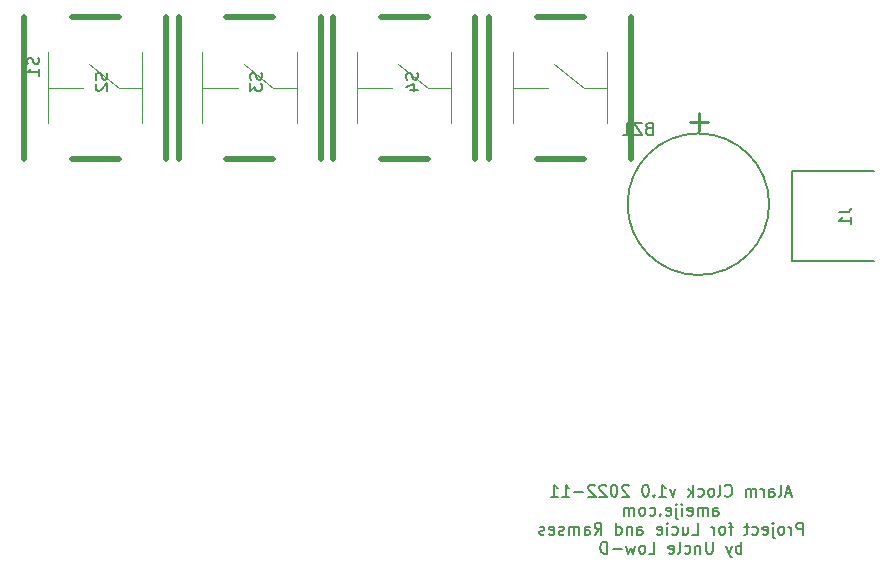
<source format=gbr>
%TF.GenerationSoftware,KiCad,Pcbnew,(6.0.0)*%
%TF.CreationDate,2022-11-14T00:42:39-08:00*%
%TF.ProjectId,digital_clock_v1,64696769-7461-46c5-9f63-6c6f636b5f76,rev?*%
%TF.SameCoordinates,Original*%
%TF.FileFunction,Legend,Bot*%
%TF.FilePolarity,Positive*%
%FSLAX46Y46*%
G04 Gerber Fmt 4.6, Leading zero omitted, Abs format (unit mm)*
G04 Created by KiCad (PCBNEW (6.0.0)) date 2022-11-14 00:42:39*
%MOMM*%
%LPD*%
G01*
G04 APERTURE LIST*
%ADD10C,0.150000*%
%ADD11C,0.254000*%
%ADD12C,0.120000*%
%ADD13C,0.500000*%
G04 APERTURE END LIST*
D10*
X86366666Y-42963666D02*
X85890476Y-42963666D01*
X86461904Y-43249380D02*
X86128571Y-42249380D01*
X85795238Y-43249380D01*
X85319047Y-43249380D02*
X85414285Y-43201761D01*
X85461904Y-43106523D01*
X85461904Y-42249380D01*
X84509523Y-43249380D02*
X84509523Y-42725571D01*
X84557142Y-42630333D01*
X84652380Y-42582714D01*
X84842857Y-42582714D01*
X84938095Y-42630333D01*
X84509523Y-43201761D02*
X84604761Y-43249380D01*
X84842857Y-43249380D01*
X84938095Y-43201761D01*
X84985714Y-43106523D01*
X84985714Y-43011285D01*
X84938095Y-42916047D01*
X84842857Y-42868428D01*
X84604761Y-42868428D01*
X84509523Y-42820809D01*
X84033333Y-43249380D02*
X84033333Y-42582714D01*
X84033333Y-42773190D02*
X83985714Y-42677952D01*
X83938095Y-42630333D01*
X83842857Y-42582714D01*
X83747619Y-42582714D01*
X83414285Y-43249380D02*
X83414285Y-42582714D01*
X83414285Y-42677952D02*
X83366666Y-42630333D01*
X83271428Y-42582714D01*
X83128571Y-42582714D01*
X83033333Y-42630333D01*
X82985714Y-42725571D01*
X82985714Y-43249380D01*
X82985714Y-42725571D02*
X82938095Y-42630333D01*
X82842857Y-42582714D01*
X82700000Y-42582714D01*
X82604761Y-42630333D01*
X82557142Y-42725571D01*
X82557142Y-43249380D01*
X80747619Y-43154142D02*
X80795238Y-43201761D01*
X80938095Y-43249380D01*
X81033333Y-43249380D01*
X81176190Y-43201761D01*
X81271428Y-43106523D01*
X81319047Y-43011285D01*
X81366666Y-42820809D01*
X81366666Y-42677952D01*
X81319047Y-42487476D01*
X81271428Y-42392238D01*
X81176190Y-42297000D01*
X81033333Y-42249380D01*
X80938095Y-42249380D01*
X80795238Y-42297000D01*
X80747619Y-42344619D01*
X80176190Y-43249380D02*
X80271428Y-43201761D01*
X80319047Y-43106523D01*
X80319047Y-42249380D01*
X79652380Y-43249380D02*
X79747619Y-43201761D01*
X79795238Y-43154142D01*
X79842857Y-43058904D01*
X79842857Y-42773190D01*
X79795238Y-42677952D01*
X79747619Y-42630333D01*
X79652380Y-42582714D01*
X79509523Y-42582714D01*
X79414285Y-42630333D01*
X79366666Y-42677952D01*
X79319047Y-42773190D01*
X79319047Y-43058904D01*
X79366666Y-43154142D01*
X79414285Y-43201761D01*
X79509523Y-43249380D01*
X79652380Y-43249380D01*
X78461904Y-43201761D02*
X78557142Y-43249380D01*
X78747619Y-43249380D01*
X78842857Y-43201761D01*
X78890476Y-43154142D01*
X78938095Y-43058904D01*
X78938095Y-42773190D01*
X78890476Y-42677952D01*
X78842857Y-42630333D01*
X78747619Y-42582714D01*
X78557142Y-42582714D01*
X78461904Y-42630333D01*
X78033333Y-43249380D02*
X78033333Y-42249380D01*
X77938095Y-42868428D02*
X77652380Y-43249380D01*
X77652380Y-42582714D02*
X78033333Y-42963666D01*
X76557142Y-42582714D02*
X76319047Y-43249380D01*
X76080952Y-42582714D01*
X75176190Y-43249380D02*
X75747619Y-43249380D01*
X75461904Y-43249380D02*
X75461904Y-42249380D01*
X75557142Y-42392238D01*
X75652380Y-42487476D01*
X75747619Y-42535095D01*
X74747619Y-43154142D02*
X74700000Y-43201761D01*
X74747619Y-43249380D01*
X74795238Y-43201761D01*
X74747619Y-43154142D01*
X74747619Y-43249380D01*
X74080952Y-42249380D02*
X73985714Y-42249380D01*
X73890476Y-42297000D01*
X73842857Y-42344619D01*
X73795238Y-42439857D01*
X73747619Y-42630333D01*
X73747619Y-42868428D01*
X73795238Y-43058904D01*
X73842857Y-43154142D01*
X73890476Y-43201761D01*
X73985714Y-43249380D01*
X74080952Y-43249380D01*
X74176190Y-43201761D01*
X74223809Y-43154142D01*
X74271428Y-43058904D01*
X74319047Y-42868428D01*
X74319047Y-42630333D01*
X74271428Y-42439857D01*
X74223809Y-42344619D01*
X74176190Y-42297000D01*
X74080952Y-42249380D01*
X72604761Y-42344619D02*
X72557142Y-42297000D01*
X72461904Y-42249380D01*
X72223809Y-42249380D01*
X72128571Y-42297000D01*
X72080952Y-42344619D01*
X72033333Y-42439857D01*
X72033333Y-42535095D01*
X72080952Y-42677952D01*
X72652380Y-43249380D01*
X72033333Y-43249380D01*
X71414285Y-42249380D02*
X71319047Y-42249380D01*
X71223809Y-42297000D01*
X71176190Y-42344619D01*
X71128571Y-42439857D01*
X71080952Y-42630333D01*
X71080952Y-42868428D01*
X71128571Y-43058904D01*
X71176190Y-43154142D01*
X71223809Y-43201761D01*
X71319047Y-43249380D01*
X71414285Y-43249380D01*
X71509523Y-43201761D01*
X71557142Y-43154142D01*
X71604761Y-43058904D01*
X71652380Y-42868428D01*
X71652380Y-42630333D01*
X71604761Y-42439857D01*
X71557142Y-42344619D01*
X71509523Y-42297000D01*
X71414285Y-42249380D01*
X70700000Y-42344619D02*
X70652380Y-42297000D01*
X70557142Y-42249380D01*
X70319047Y-42249380D01*
X70223809Y-42297000D01*
X70176190Y-42344619D01*
X70128571Y-42439857D01*
X70128571Y-42535095D01*
X70176190Y-42677952D01*
X70747619Y-43249380D01*
X70128571Y-43249380D01*
X69747619Y-42344619D02*
X69700000Y-42297000D01*
X69604761Y-42249380D01*
X69366666Y-42249380D01*
X69271428Y-42297000D01*
X69223809Y-42344619D01*
X69176190Y-42439857D01*
X69176190Y-42535095D01*
X69223809Y-42677952D01*
X69795238Y-43249380D01*
X69176190Y-43249380D01*
X68747619Y-42868428D02*
X67985714Y-42868428D01*
X66985714Y-43249380D02*
X67557142Y-43249380D01*
X67271428Y-43249380D02*
X67271428Y-42249380D01*
X67366666Y-42392238D01*
X67461904Y-42487476D01*
X67557142Y-42535095D01*
X66033333Y-43249380D02*
X66604761Y-43249380D01*
X66319047Y-43249380D02*
X66319047Y-42249380D01*
X66414285Y-42392238D01*
X66509523Y-42487476D01*
X66604761Y-42535095D01*
X79771428Y-44859380D02*
X79771428Y-44335571D01*
X79819047Y-44240333D01*
X79914285Y-44192714D01*
X80104761Y-44192714D01*
X80200000Y-44240333D01*
X79771428Y-44811761D02*
X79866666Y-44859380D01*
X80104761Y-44859380D01*
X80200000Y-44811761D01*
X80247619Y-44716523D01*
X80247619Y-44621285D01*
X80200000Y-44526047D01*
X80104761Y-44478428D01*
X79866666Y-44478428D01*
X79771428Y-44430809D01*
X79295238Y-44859380D02*
X79295238Y-44192714D01*
X79295238Y-44287952D02*
X79247619Y-44240333D01*
X79152380Y-44192714D01*
X79009523Y-44192714D01*
X78914285Y-44240333D01*
X78866666Y-44335571D01*
X78866666Y-44859380D01*
X78866666Y-44335571D02*
X78819047Y-44240333D01*
X78723809Y-44192714D01*
X78580952Y-44192714D01*
X78485714Y-44240333D01*
X78438095Y-44335571D01*
X78438095Y-44859380D01*
X77580952Y-44811761D02*
X77676190Y-44859380D01*
X77866666Y-44859380D01*
X77961904Y-44811761D01*
X78009523Y-44716523D01*
X78009523Y-44335571D01*
X77961904Y-44240333D01*
X77866666Y-44192714D01*
X77676190Y-44192714D01*
X77580952Y-44240333D01*
X77533333Y-44335571D01*
X77533333Y-44430809D01*
X78009523Y-44526047D01*
X77104761Y-44859380D02*
X77104761Y-44192714D01*
X77104761Y-43859380D02*
X77152380Y-43907000D01*
X77104761Y-43954619D01*
X77057142Y-43907000D01*
X77104761Y-43859380D01*
X77104761Y-43954619D01*
X76628571Y-44192714D02*
X76628571Y-45049857D01*
X76676190Y-45145095D01*
X76771428Y-45192714D01*
X76819047Y-45192714D01*
X76628571Y-43859380D02*
X76676190Y-43907000D01*
X76628571Y-43954619D01*
X76580952Y-43907000D01*
X76628571Y-43859380D01*
X76628571Y-43954619D01*
X75771428Y-44811761D02*
X75866666Y-44859380D01*
X76057142Y-44859380D01*
X76152380Y-44811761D01*
X76200000Y-44716523D01*
X76200000Y-44335571D01*
X76152380Y-44240333D01*
X76057142Y-44192714D01*
X75866666Y-44192714D01*
X75771428Y-44240333D01*
X75723809Y-44335571D01*
X75723809Y-44430809D01*
X76200000Y-44526047D01*
X75295238Y-44764142D02*
X75247619Y-44811761D01*
X75295238Y-44859380D01*
X75342857Y-44811761D01*
X75295238Y-44764142D01*
X75295238Y-44859380D01*
X74390476Y-44811761D02*
X74485714Y-44859380D01*
X74676190Y-44859380D01*
X74771428Y-44811761D01*
X74819047Y-44764142D01*
X74866666Y-44668904D01*
X74866666Y-44383190D01*
X74819047Y-44287952D01*
X74771428Y-44240333D01*
X74676190Y-44192714D01*
X74485714Y-44192714D01*
X74390476Y-44240333D01*
X73819047Y-44859380D02*
X73914285Y-44811761D01*
X73961904Y-44764142D01*
X74009523Y-44668904D01*
X74009523Y-44383190D01*
X73961904Y-44287952D01*
X73914285Y-44240333D01*
X73819047Y-44192714D01*
X73676190Y-44192714D01*
X73580952Y-44240333D01*
X73533333Y-44287952D01*
X73485714Y-44383190D01*
X73485714Y-44668904D01*
X73533333Y-44764142D01*
X73580952Y-44811761D01*
X73676190Y-44859380D01*
X73819047Y-44859380D01*
X73057142Y-44859380D02*
X73057142Y-44192714D01*
X73057142Y-44287952D02*
X73009523Y-44240333D01*
X72914285Y-44192714D01*
X72771428Y-44192714D01*
X72676190Y-44240333D01*
X72628571Y-44335571D01*
X72628571Y-44859380D01*
X72628571Y-44335571D02*
X72580952Y-44240333D01*
X72485714Y-44192714D01*
X72342857Y-44192714D01*
X72247619Y-44240333D01*
X72200000Y-44335571D01*
X72200000Y-44859380D01*
X87342857Y-46469380D02*
X87342857Y-45469380D01*
X86961904Y-45469380D01*
X86866666Y-45517000D01*
X86819047Y-45564619D01*
X86771428Y-45659857D01*
X86771428Y-45802714D01*
X86819047Y-45897952D01*
X86866666Y-45945571D01*
X86961904Y-45993190D01*
X87342857Y-45993190D01*
X86342857Y-46469380D02*
X86342857Y-45802714D01*
X86342857Y-45993190D02*
X86295238Y-45897952D01*
X86247619Y-45850333D01*
X86152380Y-45802714D01*
X86057142Y-45802714D01*
X85580952Y-46469380D02*
X85676190Y-46421761D01*
X85723809Y-46374142D01*
X85771428Y-46278904D01*
X85771428Y-45993190D01*
X85723809Y-45897952D01*
X85676190Y-45850333D01*
X85580952Y-45802714D01*
X85438095Y-45802714D01*
X85342857Y-45850333D01*
X85295238Y-45897952D01*
X85247619Y-45993190D01*
X85247619Y-46278904D01*
X85295238Y-46374142D01*
X85342857Y-46421761D01*
X85438095Y-46469380D01*
X85580952Y-46469380D01*
X84819047Y-45802714D02*
X84819047Y-46659857D01*
X84866666Y-46755095D01*
X84961904Y-46802714D01*
X85009523Y-46802714D01*
X84819047Y-45469380D02*
X84866666Y-45517000D01*
X84819047Y-45564619D01*
X84771428Y-45517000D01*
X84819047Y-45469380D01*
X84819047Y-45564619D01*
X83961904Y-46421761D02*
X84057142Y-46469380D01*
X84247619Y-46469380D01*
X84342857Y-46421761D01*
X84390476Y-46326523D01*
X84390476Y-45945571D01*
X84342857Y-45850333D01*
X84247619Y-45802714D01*
X84057142Y-45802714D01*
X83961904Y-45850333D01*
X83914285Y-45945571D01*
X83914285Y-46040809D01*
X84390476Y-46136047D01*
X83057142Y-46421761D02*
X83152380Y-46469380D01*
X83342857Y-46469380D01*
X83438095Y-46421761D01*
X83485714Y-46374142D01*
X83533333Y-46278904D01*
X83533333Y-45993190D01*
X83485714Y-45897952D01*
X83438095Y-45850333D01*
X83342857Y-45802714D01*
X83152380Y-45802714D01*
X83057142Y-45850333D01*
X82771428Y-45802714D02*
X82390476Y-45802714D01*
X82628571Y-45469380D02*
X82628571Y-46326523D01*
X82580952Y-46421761D01*
X82485714Y-46469380D01*
X82390476Y-46469380D01*
X81438095Y-45802714D02*
X81057142Y-45802714D01*
X81295238Y-46469380D02*
X81295238Y-45612238D01*
X81247619Y-45517000D01*
X81152380Y-45469380D01*
X81057142Y-45469380D01*
X80580952Y-46469380D02*
X80676190Y-46421761D01*
X80723809Y-46374142D01*
X80771428Y-46278904D01*
X80771428Y-45993190D01*
X80723809Y-45897952D01*
X80676190Y-45850333D01*
X80580952Y-45802714D01*
X80438095Y-45802714D01*
X80342857Y-45850333D01*
X80295238Y-45897952D01*
X80247619Y-45993190D01*
X80247619Y-46278904D01*
X80295238Y-46374142D01*
X80342857Y-46421761D01*
X80438095Y-46469380D01*
X80580952Y-46469380D01*
X79819047Y-46469380D02*
X79819047Y-45802714D01*
X79819047Y-45993190D02*
X79771428Y-45897952D01*
X79723809Y-45850333D01*
X79628571Y-45802714D01*
X79533333Y-45802714D01*
X77961904Y-46469380D02*
X78438095Y-46469380D01*
X78438095Y-45469380D01*
X77200000Y-45802714D02*
X77200000Y-46469380D01*
X77628571Y-45802714D02*
X77628571Y-46326523D01*
X77580952Y-46421761D01*
X77485714Y-46469380D01*
X77342857Y-46469380D01*
X77247619Y-46421761D01*
X77200000Y-46374142D01*
X76295238Y-46421761D02*
X76390476Y-46469380D01*
X76580952Y-46469380D01*
X76676190Y-46421761D01*
X76723809Y-46374142D01*
X76771428Y-46278904D01*
X76771428Y-45993190D01*
X76723809Y-45897952D01*
X76676190Y-45850333D01*
X76580952Y-45802714D01*
X76390476Y-45802714D01*
X76295238Y-45850333D01*
X75866666Y-46469380D02*
X75866666Y-45802714D01*
X75866666Y-45469380D02*
X75914285Y-45517000D01*
X75866666Y-45564619D01*
X75819047Y-45517000D01*
X75866666Y-45469380D01*
X75866666Y-45564619D01*
X75009523Y-46421761D02*
X75104761Y-46469380D01*
X75295238Y-46469380D01*
X75390476Y-46421761D01*
X75438095Y-46326523D01*
X75438095Y-45945571D01*
X75390476Y-45850333D01*
X75295238Y-45802714D01*
X75104761Y-45802714D01*
X75009523Y-45850333D01*
X74961904Y-45945571D01*
X74961904Y-46040809D01*
X75438095Y-46136047D01*
X73342857Y-46469380D02*
X73342857Y-45945571D01*
X73390476Y-45850333D01*
X73485714Y-45802714D01*
X73676190Y-45802714D01*
X73771428Y-45850333D01*
X73342857Y-46421761D02*
X73438095Y-46469380D01*
X73676190Y-46469380D01*
X73771428Y-46421761D01*
X73819047Y-46326523D01*
X73819047Y-46231285D01*
X73771428Y-46136047D01*
X73676190Y-46088428D01*
X73438095Y-46088428D01*
X73342857Y-46040809D01*
X72866666Y-45802714D02*
X72866666Y-46469380D01*
X72866666Y-45897952D02*
X72819047Y-45850333D01*
X72723809Y-45802714D01*
X72580952Y-45802714D01*
X72485714Y-45850333D01*
X72438095Y-45945571D01*
X72438095Y-46469380D01*
X71533333Y-46469380D02*
X71533333Y-45469380D01*
X71533333Y-46421761D02*
X71628571Y-46469380D01*
X71819047Y-46469380D01*
X71914285Y-46421761D01*
X71961904Y-46374142D01*
X72009523Y-46278904D01*
X72009523Y-45993190D01*
X71961904Y-45897952D01*
X71914285Y-45850333D01*
X71819047Y-45802714D01*
X71628571Y-45802714D01*
X71533333Y-45850333D01*
X69723809Y-46469380D02*
X70057142Y-45993190D01*
X70295238Y-46469380D02*
X70295238Y-45469380D01*
X69914285Y-45469380D01*
X69819047Y-45517000D01*
X69771428Y-45564619D01*
X69723809Y-45659857D01*
X69723809Y-45802714D01*
X69771428Y-45897952D01*
X69819047Y-45945571D01*
X69914285Y-45993190D01*
X70295238Y-45993190D01*
X68866666Y-46469380D02*
X68866666Y-45945571D01*
X68914285Y-45850333D01*
X69009523Y-45802714D01*
X69200000Y-45802714D01*
X69295238Y-45850333D01*
X68866666Y-46421761D02*
X68961904Y-46469380D01*
X69200000Y-46469380D01*
X69295238Y-46421761D01*
X69342857Y-46326523D01*
X69342857Y-46231285D01*
X69295238Y-46136047D01*
X69200000Y-46088428D01*
X68961904Y-46088428D01*
X68866666Y-46040809D01*
X68390476Y-46469380D02*
X68390476Y-45802714D01*
X68390476Y-45897952D02*
X68342857Y-45850333D01*
X68247619Y-45802714D01*
X68104761Y-45802714D01*
X68009523Y-45850333D01*
X67961904Y-45945571D01*
X67961904Y-46469380D01*
X67961904Y-45945571D02*
X67914285Y-45850333D01*
X67819047Y-45802714D01*
X67676190Y-45802714D01*
X67580952Y-45850333D01*
X67533333Y-45945571D01*
X67533333Y-46469380D01*
X67104761Y-46421761D02*
X67009523Y-46469380D01*
X66819047Y-46469380D01*
X66723809Y-46421761D01*
X66676190Y-46326523D01*
X66676190Y-46278904D01*
X66723809Y-46183666D01*
X66819047Y-46136047D01*
X66961904Y-46136047D01*
X67057142Y-46088428D01*
X67104761Y-45993190D01*
X67104761Y-45945571D01*
X67057142Y-45850333D01*
X66961904Y-45802714D01*
X66819047Y-45802714D01*
X66723809Y-45850333D01*
X65866666Y-46421761D02*
X65961904Y-46469380D01*
X66152380Y-46469380D01*
X66247619Y-46421761D01*
X66295238Y-46326523D01*
X66295238Y-45945571D01*
X66247619Y-45850333D01*
X66152380Y-45802714D01*
X65961904Y-45802714D01*
X65866666Y-45850333D01*
X65819047Y-45945571D01*
X65819047Y-46040809D01*
X66295238Y-46136047D01*
X65438095Y-46421761D02*
X65342857Y-46469380D01*
X65152380Y-46469380D01*
X65057142Y-46421761D01*
X65009523Y-46326523D01*
X65009523Y-46278904D01*
X65057142Y-46183666D01*
X65152380Y-46136047D01*
X65295238Y-46136047D01*
X65390476Y-46088428D01*
X65438095Y-45993190D01*
X65438095Y-45945571D01*
X65390476Y-45850333D01*
X65295238Y-45802714D01*
X65152380Y-45802714D01*
X65057142Y-45850333D01*
X82152380Y-48079380D02*
X82152380Y-47079380D01*
X82152380Y-47460333D02*
X82057142Y-47412714D01*
X81866666Y-47412714D01*
X81771428Y-47460333D01*
X81723809Y-47507952D01*
X81676190Y-47603190D01*
X81676190Y-47888904D01*
X81723809Y-47984142D01*
X81771428Y-48031761D01*
X81866666Y-48079380D01*
X82057142Y-48079380D01*
X82152380Y-48031761D01*
X81342857Y-47412714D02*
X81104761Y-48079380D01*
X80866666Y-47412714D02*
X81104761Y-48079380D01*
X81200000Y-48317476D01*
X81247619Y-48365095D01*
X81342857Y-48412714D01*
X79723809Y-47079380D02*
X79723809Y-47888904D01*
X79676190Y-47984142D01*
X79628571Y-48031761D01*
X79533333Y-48079380D01*
X79342857Y-48079380D01*
X79247619Y-48031761D01*
X79200000Y-47984142D01*
X79152380Y-47888904D01*
X79152380Y-47079380D01*
X78676190Y-47412714D02*
X78676190Y-48079380D01*
X78676190Y-47507952D02*
X78628571Y-47460333D01*
X78533333Y-47412714D01*
X78390476Y-47412714D01*
X78295238Y-47460333D01*
X78247619Y-47555571D01*
X78247619Y-48079380D01*
X77342857Y-48031761D02*
X77438095Y-48079380D01*
X77628571Y-48079380D01*
X77723809Y-48031761D01*
X77771428Y-47984142D01*
X77819047Y-47888904D01*
X77819047Y-47603190D01*
X77771428Y-47507952D01*
X77723809Y-47460333D01*
X77628571Y-47412714D01*
X77438095Y-47412714D01*
X77342857Y-47460333D01*
X76771428Y-48079380D02*
X76866666Y-48031761D01*
X76914285Y-47936523D01*
X76914285Y-47079380D01*
X76009523Y-48031761D02*
X76104761Y-48079380D01*
X76295238Y-48079380D01*
X76390476Y-48031761D01*
X76438095Y-47936523D01*
X76438095Y-47555571D01*
X76390476Y-47460333D01*
X76295238Y-47412714D01*
X76104761Y-47412714D01*
X76009523Y-47460333D01*
X75961904Y-47555571D01*
X75961904Y-47650809D01*
X76438095Y-47746047D01*
X74295238Y-48079380D02*
X74771428Y-48079380D01*
X74771428Y-47079380D01*
X73819047Y-48079380D02*
X73914285Y-48031761D01*
X73961904Y-47984142D01*
X74009523Y-47888904D01*
X74009523Y-47603190D01*
X73961904Y-47507952D01*
X73914285Y-47460333D01*
X73819047Y-47412714D01*
X73676190Y-47412714D01*
X73580952Y-47460333D01*
X73533333Y-47507952D01*
X73485714Y-47603190D01*
X73485714Y-47888904D01*
X73533333Y-47984142D01*
X73580952Y-48031761D01*
X73676190Y-48079380D01*
X73819047Y-48079380D01*
X73152380Y-47412714D02*
X72961904Y-48079380D01*
X72771428Y-47603190D01*
X72580952Y-48079380D01*
X72390476Y-47412714D01*
X72009523Y-47698428D02*
X71247619Y-47698428D01*
X70771428Y-48079380D02*
X70771428Y-47079380D01*
X70533333Y-47079380D01*
X70390476Y-47127000D01*
X70295238Y-47222238D01*
X70247619Y-47317476D01*
X70200000Y-47507952D01*
X70200000Y-47650809D01*
X70247619Y-47841285D01*
X70295238Y-47936523D01*
X70390476Y-48031761D01*
X70533333Y-48079380D01*
X70771428Y-48079380D01*
%TO.C,S4*%
X54706761Y-7374095D02*
X54754380Y-7516952D01*
X54754380Y-7755047D01*
X54706761Y-7850285D01*
X54659142Y-7897904D01*
X54563904Y-7945523D01*
X54468666Y-7945523D01*
X54373428Y-7897904D01*
X54325809Y-7850285D01*
X54278190Y-7755047D01*
X54230571Y-7564571D01*
X54182952Y-7469333D01*
X54135333Y-7421714D01*
X54040095Y-7374095D01*
X53944857Y-7374095D01*
X53849619Y-7421714D01*
X53802000Y-7469333D01*
X53754380Y-7564571D01*
X53754380Y-7802666D01*
X53802000Y-7945523D01*
X54087714Y-8802666D02*
X54754380Y-8802666D01*
X53706761Y-8564571D02*
X54421047Y-8326476D01*
X54421047Y-8945523D01*
%TO.C,S3*%
X41498761Y-7374095D02*
X41546380Y-7516952D01*
X41546380Y-7755047D01*
X41498761Y-7850285D01*
X41451142Y-7897904D01*
X41355904Y-7945523D01*
X41260666Y-7945523D01*
X41165428Y-7897904D01*
X41117809Y-7850285D01*
X41070190Y-7755047D01*
X41022571Y-7564571D01*
X40974952Y-7469333D01*
X40927333Y-7421714D01*
X40832095Y-7374095D01*
X40736857Y-7374095D01*
X40641619Y-7421714D01*
X40594000Y-7469333D01*
X40546380Y-7564571D01*
X40546380Y-7802666D01*
X40594000Y-7945523D01*
X40546380Y-8278857D02*
X40546380Y-8897904D01*
X40927333Y-8564571D01*
X40927333Y-8707428D01*
X40974952Y-8802666D01*
X41022571Y-8850285D01*
X41117809Y-8897904D01*
X41355904Y-8897904D01*
X41451142Y-8850285D01*
X41498761Y-8802666D01*
X41546380Y-8707428D01*
X41546380Y-8421714D01*
X41498761Y-8326476D01*
X41451142Y-8278857D01*
%TO.C,S2*%
X28417761Y-7374095D02*
X28465380Y-7516952D01*
X28465380Y-7755047D01*
X28417761Y-7850285D01*
X28370142Y-7897904D01*
X28274904Y-7945523D01*
X28179666Y-7945523D01*
X28084428Y-7897904D01*
X28036809Y-7850285D01*
X27989190Y-7755047D01*
X27941571Y-7564571D01*
X27893952Y-7469333D01*
X27846333Y-7421714D01*
X27751095Y-7374095D01*
X27655857Y-7374095D01*
X27560619Y-7421714D01*
X27513000Y-7469333D01*
X27465380Y-7564571D01*
X27465380Y-7802666D01*
X27513000Y-7945523D01*
X27560619Y-8326476D02*
X27513000Y-8374095D01*
X27465380Y-8469333D01*
X27465380Y-8707428D01*
X27513000Y-8802666D01*
X27560619Y-8850285D01*
X27655857Y-8897904D01*
X27751095Y-8897904D01*
X27893952Y-8850285D01*
X28465380Y-8278857D01*
X28465380Y-8897904D01*
%TO.C,S1*%
X22629761Y-6096095D02*
X22677380Y-6238952D01*
X22677380Y-6477047D01*
X22629761Y-6572285D01*
X22582142Y-6619904D01*
X22486904Y-6667523D01*
X22391666Y-6667523D01*
X22296428Y-6619904D01*
X22248809Y-6572285D01*
X22201190Y-6477047D01*
X22153571Y-6286571D01*
X22105952Y-6191333D01*
X22058333Y-6143714D01*
X21963095Y-6096095D01*
X21867857Y-6096095D01*
X21772619Y-6143714D01*
X21725000Y-6191333D01*
X21677380Y-6286571D01*
X21677380Y-6524666D01*
X21725000Y-6667523D01*
X22677380Y-7619904D02*
X22677380Y-7048476D01*
X22677380Y-7334190D02*
X21677380Y-7334190D01*
X21820238Y-7238952D01*
X21915476Y-7143714D01*
X21963095Y-7048476D01*
%TO.C,J1*%
X90402380Y-19166666D02*
X91116666Y-19166666D01*
X91259523Y-19119047D01*
X91354761Y-19023809D01*
X91402380Y-18880952D01*
X91402380Y-18785714D01*
X91402380Y-20166666D02*
X91402380Y-19595238D01*
X91402380Y-19880952D02*
X90402380Y-19880952D01*
X90545238Y-19785714D01*
X90640476Y-19690476D01*
X90688095Y-19595238D01*
%TO.C,BZ1*%
X74300952Y-12078571D02*
X74158095Y-12126190D01*
X74110476Y-12173809D01*
X74062857Y-12269047D01*
X74062857Y-12411904D01*
X74110476Y-12507142D01*
X74158095Y-12554761D01*
X74253333Y-12602380D01*
X74634285Y-12602380D01*
X74634285Y-11602380D01*
X74300952Y-11602380D01*
X74205714Y-11650000D01*
X74158095Y-11697619D01*
X74110476Y-11792857D01*
X74110476Y-11888095D01*
X74158095Y-11983333D01*
X74205714Y-12030952D01*
X74300952Y-12078571D01*
X74634285Y-12078571D01*
X73729523Y-11602380D02*
X73062857Y-11602380D01*
X73729523Y-12602380D01*
X73062857Y-12602380D01*
X72158095Y-12602380D02*
X72729523Y-12602380D01*
X72443809Y-12602380D02*
X72443809Y-11602380D01*
X72539047Y-11745238D01*
X72634285Y-11840476D01*
X72729523Y-11888095D01*
D11*
X79350295Y-11533142D02*
X77802104Y-11533142D01*
X78576200Y-12307238D02*
X78576200Y-10759047D01*
D12*
%TO.C,S4*%
X65802000Y-8636000D02*
X62802000Y-8636000D01*
D13*
X64802000Y-2636000D02*
X68802000Y-2636000D01*
D12*
X70802000Y-5636000D02*
X70802000Y-11636000D01*
D13*
X72802000Y-2636000D02*
X72802000Y-14636000D01*
D12*
X68802000Y-8636000D02*
X70802000Y-8636000D01*
D13*
X60802000Y-2636000D02*
X60802000Y-14636000D01*
D12*
X66302000Y-6636000D02*
X68802000Y-8636000D01*
D13*
X64802000Y-14636000D02*
X68802000Y-14636000D01*
D12*
X62802000Y-5636000D02*
X62802000Y-11636000D01*
%TO.C,S3*%
X52594000Y-8636000D02*
X49594000Y-8636000D01*
D13*
X51594000Y-2636000D02*
X55594000Y-2636000D01*
D12*
X57594000Y-5636000D02*
X57594000Y-11636000D01*
D13*
X59594000Y-2636000D02*
X59594000Y-14636000D01*
D12*
X55594000Y-8636000D02*
X57594000Y-8636000D01*
D13*
X47594000Y-2636000D02*
X47594000Y-14636000D01*
D12*
X53094000Y-6636000D02*
X55594000Y-8636000D01*
D13*
X51594000Y-14636000D02*
X55594000Y-14636000D01*
D12*
X49594000Y-5636000D02*
X49594000Y-11636000D01*
%TO.C,S2*%
X36513000Y-5636000D02*
X36513000Y-11636000D01*
D13*
X38513000Y-14636000D02*
X42513000Y-14636000D01*
D12*
X40013000Y-6636000D02*
X42513000Y-8636000D01*
D13*
X34513000Y-2636000D02*
X34513000Y-14636000D01*
D12*
X42513000Y-8636000D02*
X44513000Y-8636000D01*
D13*
X46513000Y-2636000D02*
X46513000Y-14636000D01*
D12*
X44513000Y-5636000D02*
X44513000Y-11636000D01*
D13*
X38513000Y-2636000D02*
X42513000Y-2636000D01*
D12*
X39513000Y-8636000D02*
X36513000Y-8636000D01*
%TO.C,S1*%
X23432000Y-5636000D02*
X23432000Y-11636000D01*
D13*
X25432000Y-14636000D02*
X29432000Y-14636000D01*
D12*
X26932000Y-6636000D02*
X29432000Y-8636000D01*
D13*
X21432000Y-2636000D02*
X21432000Y-14636000D01*
D12*
X29432000Y-8636000D02*
X31432000Y-8636000D01*
D13*
X33432000Y-2636000D02*
X33432000Y-14636000D01*
D12*
X31432000Y-5636000D02*
X31432000Y-11636000D01*
D13*
X25432000Y-2636000D02*
X29432000Y-2636000D01*
D12*
X26432000Y-8636000D02*
X23432000Y-8636000D01*
D10*
%TO.C,J1*%
X86400000Y-23350000D02*
X93400000Y-23350000D01*
X93400000Y-15650000D02*
X86400000Y-15650000D01*
X86400000Y-15650000D02*
X86400000Y-23350000D01*
%TO.C,BZ1*%
X84494400Y-18500000D02*
G75*
G03*
X84494400Y-18500000I-5994400J0D01*
G01*
%TD*%
M02*

</source>
